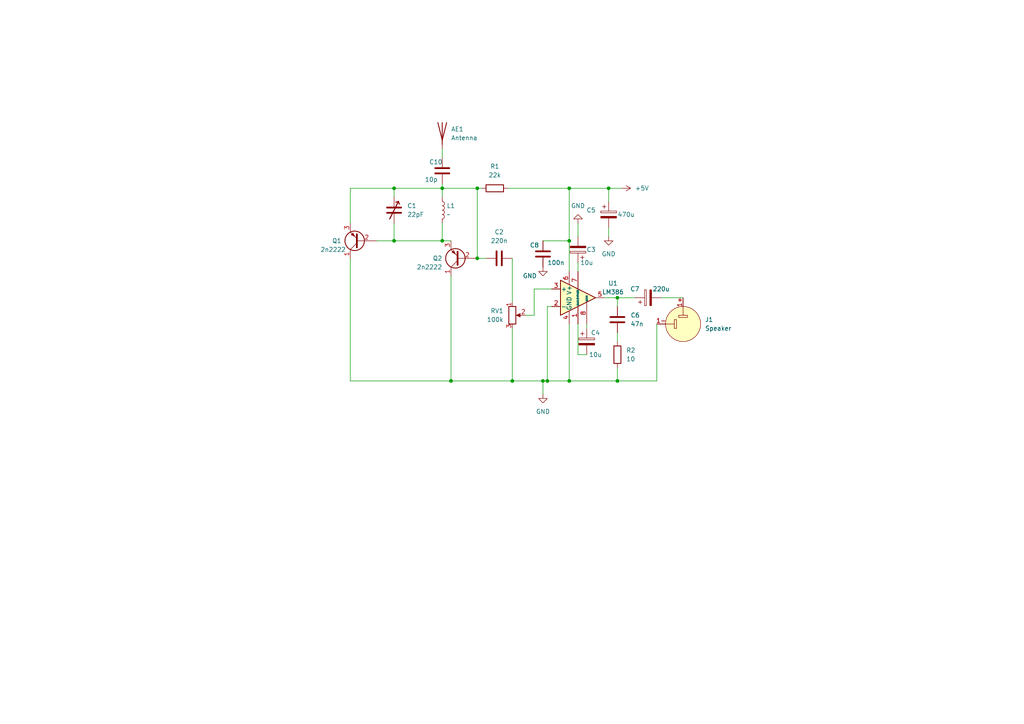
<source format=kicad_sch>
(kicad_sch (version 20230121) (generator eeschema)
  (paper "A4")
  (lib_symbols
    (symbol "Amplifier_Audio:LM386" (pin_names (offset 0.127))
      (property "Reference" "U" (at 1.27 7.62 0))
      (property "Value" "LM386" (at 1.27 5.08 0))
      (symbol "LM386_0_1"
        (polyline (pts (xy 5.08 0) (xy -5.08 5.08) (xy -5.08 -5.08) (xy 5.08 0)) (stroke (width 0.254)) (fill (type background)))
      )
      (symbol "LM386_1_1"
        (pin input line (at 0 -7.62 90) (length 5.08) (name "GAIN") (number "1"))
        (pin input line (at -7.62 -2.54 0) (length 2.54) (name "-") (number "2"))
        (pin input line (at -7.62 2.54 0) (length 2.54) (name "+") (number "3"))
        (pin power_in line (at -2.54 -7.62 90) (length 3.81) (name "GND") (number "4"))
        (pin output line (at 7.62 0 180) (length 2.54) (name "~") (number "5"))
        (pin power_in line (at -2.54 7.62 270) (length 3.81) (name "V+") (number "6"))
        (pin input line (at 0 7.62 270) (length 5.08) (name "BYPASS") (number "7"))
        (pin input line (at 2.54 -7.62 90) (length 6.35) (name "GAIN") (number "8"))
      )
    )
    (symbol "Connector_Audio:SpeakON_NL2" (pin_names hide)
      (property "Reference" "J" (at 2.54 8.89 0))
      (property "Value" "SpeakON_NL2" (at 7.62 6.35 0))
      (symbol "SpeakON_NL2_0_1"
        (rectangle (start -2.54 1.27) (end -1.905 -1.27))
        (rectangle (start -1.27 2.54) (end 1.27 1.905))
        (polyline (pts (xy -5.08 0) (xy -2.54 0)))
        (polyline (pts (xy 0 5.08) (xy 0 2.54)))
        (circle (center 0 0) (radius 5.08) (fill (type background)))
        (pin passive line (at -7.62 0 0) (length 2.54) (name "1-") (number "1-"))
      )
      (symbol "SpeakON_NL2_1_1"
        (pin passive line (at 0 7.62 270) (length 2.54) (name "1+") (number "1+"))
      )
    )
    (symbol "Device:Antenna" (pin_numbers hide) (pin_names (offset 1.016) hide)
      (property "Reference" "AE" (at -1.905 1.905 0))
      (property "Value" "Antenna" (at -1.905 0 0))
      (symbol "Antenna_0_1"
        (polyline (pts (xy 0 2.54) (xy 0 -3.81)) (stroke (width 0.254)))
        (polyline (pts (xy 1.27 2.54) (xy 0 -2.54) (xy -1.27 2.54)) (stroke (width 0.254)))
      )
      (symbol "Antenna_1_1"
        (pin input line (at 0 -5.08 90) (length 2.54) (name "A") (number "1"))
      )
    )
    (symbol "Device:C" (pin_numbers hide) (pin_names (offset 0.254))
      (property "Reference" "C" (at 0.635 2.54 0))
      (property "Value" "C" (at 0.635 -2.54 0))
      (symbol "C_0_1"
        (polyline (pts (xy -2.032 -0.762) (xy 2.032 -0.762)) (stroke (width 0.508)))
        (polyline (pts (xy -2.032 0.762) (xy 2.032 0.762)) (stroke (width 0.508)))
      )
      (symbol "C_1_1"
        (pin passive line (at 0 3.81 270) (length 2.794) (name "~") (number "1"))
        (pin passive line (at 0 -3.81 90) (length 2.794) (name "~") (number "2"))
      )
    )
    (symbol "Device:C_Polarized" (pin_numbers hide) (pin_names (offset 0.254))
      (property "Reference" "C" (at 0.635 2.54 0))
      (property "Value" "C_Polarized" (at 0.635 -2.54 0))
      (symbol "C_Polarized_0_1"
        (rectangle (start -2.286 0.508) (end 2.286 1.016))
        (polyline (pts (xy -1.778 2.286) (xy -0.762 2.286)))
        (polyline (pts (xy -1.27 2.794) (xy -1.27 1.778)))
        (rectangle (start 2.286 -0.508) (end -2.286 -1.016) (fill (type outline)))
      )
      (symbol "C_Polarized_1_1"
        (pin passive line (at 0 3.81 270) (length 2.794) (name "~") (number "1"))
        (pin passive line (at 0 -3.81 90) (length 2.794) (name "~") (number "2"))
      )
    )
    (symbol "Device:C_Variable" (pin_numbers hide) (pin_names (offset 0.254) hide)
      (property "Reference" "C" (at 0.635 -1.905 0))
      (property "Value" "C_Variable" (at 0.635 -3.81 0))
      (symbol "C_Variable_0_1"
        (polyline (pts (xy -2.032 -0.762) (xy 2.032 -0.762)) (stroke (width 0.508)))
        (polyline (pts (xy -2.032 0.762) (xy 2.032 0.762)) (stroke (width 0.508)))
        (polyline (pts (xy 1.27 2.54) (xy -1.27 -2.54)) (stroke (width 0.3048)))
        (polyline (pts (xy 1.27 2.54) (xy 0.508 2.286)) (stroke (width 0.3048)))
        (polyline (pts (xy 1.27 2.54) (xy 1.524 1.778)) (stroke (width 0.3048)))
      )
      (symbol "C_Variable_1_1"
        (pin passive line (at 0 3.81 270) (length 3.048) (name "~") (number "1"))
        (pin passive line (at 0 -3.81 90) (length 3.048) (name "~") (number "2"))
      )
    )
    (symbol "Device:L" (pin_numbers hide) (pin_names (offset 1.016) hide)
      (property "Reference" "L" (at -1.27 0 90))
      (property "Value" "L" (at 1.905 0 90))
      (symbol "L_0_1"
        (arc (start 0 -2.54) (mid 0.6323 -1.905) (end 0 -1.27))
        (arc (start 0 -1.27) (mid 0.6323 -0.635) (end 0 0))
        (arc (start 0 0) (mid 0.6323 0.635) (end 0 1.27))
        (arc (start 0 1.27) (mid 0.6323 1.905) (end 0 2.54))
      )
      (symbol "L_1_1"
        (pin passive line (at 0 3.81 270) (length 1.27) (name "1") (number "1"))
        (pin passive line (at 0 -3.81 90) (length 1.27) (name "2") (number "2"))
      )
    )
    (symbol "Device:Q_PNP_CBE" (pin_names (offset 0) hide)
      (property "Reference" "Q" (at 5.08 1.27 0))
      (property "Value" "Q_PNP_CBE" (at 5.08 -1.27 0))
      (symbol "Q_PNP_CBE_0_1"
        (polyline (pts (xy 0.635 0.635) (xy 2.54 2.54)))
        (polyline (pts (xy 0.635 -0.635) (xy 2.54 -2.54) (xy 2.54 -2.54)))
        (polyline (pts (xy 0.635 1.905) (xy 0.635 -1.905) (xy 0.635 -1.905)) (stroke (width 0.508)))
        (polyline (pts (xy 2.286 -1.778) (xy 1.778 -2.286) (xy 1.27 -1.27) (xy 2.286 -1.778) (xy 2.286 -1.778)) (fill (type outline)))
        (circle (center 1.27 0) (radius 2.8194) (stroke (width 0.254)))
      )
      (symbol "Q_PNP_CBE_1_1"
        (pin passive line (at 2.54 5.08 270) (length 2.54) (name "C") (number "1"))
        (pin input line (at -5.08 0 0) (length 5.715) (name "B") (number "2"))
        (pin passive line (at 2.54 -5.08 90) (length 2.54) (name "E") (number "3"))
      )
    )
    (symbol "Device:R" (pin_numbers hide) (pin_names (offset 0))
      (property "Reference" "R" (at 2.032 0 90))
      (property "Value" "R" (at 0 0 90))
      (symbol "R_0_1"
        (rectangle (start -1.016 -2.54) (end 1.016 2.54) (stroke (width 0.254)))
      )
      (symbol "R_1_1"
        (pin passive line (at 0 3.81 270) (length 1.27) (name "~") (number "1"))
        (pin passive line (at 0 -3.81 90) (length 1.27) (name "~") (number "2"))
      )
    )
    (symbol "Device:R_Potentiometer" (pin_names (offset 1.016) hide)
      (property "Reference" "RV" (at -4.445 0 90))
      (property "Value" "R_Potentiometer" (at -2.54 0 90))
      (symbol "R_Potentiometer_0_1"
        (polyline (pts (xy 2.54 0) (xy 1.524 0)))
        (polyline (pts (xy 1.143 0) (xy 2.286 0.508) (xy 2.286 -0.508) (xy 1.143 0)) (fill (type outline)))
        (rectangle (start 1.016 2.54) (end -1.016 -2.54) (stroke (width 0.254)))
      )
      (symbol "R_Potentiometer_1_1"
        (pin passive line (at 0 3.81 270) (length 1.27) (name "1") (number "1"))
        (pin passive line (at 3.81 0 180) (length 1.27) (name "2") (number "2"))
        (pin passive line (at 0 -3.81 90) (length 1.27) (name "3") (number "3"))
      )
    )
    (symbol "power:+5V" (power) (pin_names (offset 0))
      (property "Value" "+5V" (at 0 3.556 0))
      (symbol "+5V_0_1"
        (polyline (pts (xy -0.762 1.27) (xy 0 2.54)))
        (polyline (pts (xy 0 0) (xy 0 2.54)))
        (polyline (pts (xy 0 2.54) (xy 0.762 1.27)))
      )
      (symbol "+5V_1_1"
        (pin power_in line (at 0 0 90) (length 0) hide (name "+5V") (number "1"))
      )
    )
    (symbol "power:GND" (power) (pin_names (offset 0))
      (property "Value" "GND" (at 0 -3.81 0))
      (symbol "GND_0_1"
        (polyline (pts (xy 0 0) (xy 0 -1.27) (xy 1.27 -1.27) (xy 0 -2.54) (xy -1.27 -1.27) (xy 0 -1.27)))
      )
      (symbol "GND_1_1"
        (pin power_in line (at 0 0 270) (length 0) hide (name "GND") (number "1"))
      )
    )
  )
  (junction (at 138.43 74.93))
  (junction (at 179.07 110.49))
  (junction (at 130.81 110.49))
  (junction (at 158.75 110.49))
  (junction (at 128.27 69.85))
  (junction (at 114.3 54.61))
  (junction (at 114.3 69.85))
  (junction (at 148.59 110.49))
  (junction (at 179.07 86.36))
  (junction (at 138.43 54.61))
  (junction (at 176.53 54.61))
  (junction (at 165.1 110.49))
  (junction (at 165.1 69.85))
  (junction (at 157.48 110.49))
  (junction (at 128.27 54.61))
  (junction (at 165.1 54.61))
  (wire (pts (xy 180.34 54.61) (xy 176.53 54.61)))
  (wire (pts (xy 138.43 54.61) (xy 139.7 54.61)))
  (wire (pts (xy 179.07 86.36) (xy 179.07 88.9)))
  (wire (pts (xy 128.27 69.85) (xy 130.81 69.85)))
  (wire (pts (xy 158.75 110.49) (xy 165.1 110.49)))
  (wire (pts (xy 128.27 43.18) (xy 128.27 45.72)))
  (wire (pts (xy 128.27 57.15) (xy 128.27 54.61)))
  (wire (pts (xy 167.64 64.77) (xy 167.64 68.58)))
  (wire (pts (xy 138.43 74.93) (xy 140.97 74.93)))
  (wire (pts (xy 130.81 110.49) (xy 148.59 110.49)))
  (wire (pts (xy 158.75 110.49) (xy 157.48 110.49)))
  (wire (pts (xy 179.07 110.49) (xy 190.5 110.49)))
  (wire (pts (xy 152.4 91.44) (xy 154.94 91.44)))
  (wire (pts (xy 165.1 78.74) (xy 165.1 69.85)))
  (wire (pts (xy 101.6 64.77) (xy 101.6 54.61)))
  (wire (pts (xy 128.27 53.34) (xy 128.27 54.61)))
  (wire (pts (xy 167.64 93.98) (xy 167.64 102.87)))
  (wire (pts (xy 179.07 86.36) (xy 184.15 86.36)))
  (wire (pts (xy 157.48 110.49) (xy 148.59 110.49)))
  (wire (pts (xy 165.1 110.49) (xy 179.07 110.49)))
  (wire (pts (xy 165.1 93.98) (xy 165.1 110.49)))
  (wire (pts (xy 154.94 91.44) (xy 154.94 83.82)))
  (wire (pts (xy 170.18 93.98) (xy 170.18 95.25)))
  (wire (pts (xy 179.07 106.68) (xy 179.07 110.49)))
  (wire (pts (xy 148.59 74.93) (xy 148.59 87.63)))
  (wire (pts (xy 128.27 64.77) (xy 128.27 69.85)))
  (wire (pts (xy 158.75 88.9) (xy 160.02 88.9)))
  (wire (pts (xy 167.64 102.87) (xy 170.18 102.87)))
  (wire (pts (xy 191.77 86.36) (xy 198.12 86.36)))
  (wire (pts (xy 165.1 69.85) (xy 165.1 54.61)))
  (wire (pts (xy 179.07 96.52) (xy 179.07 99.06)))
  (wire (pts (xy 165.1 54.61) (xy 176.53 54.61)))
  (wire (pts (xy 176.53 54.61) (xy 176.53 58.42)))
  (wire (pts (xy 138.43 54.61) (xy 138.43 74.93)))
  (wire (pts (xy 114.3 54.61) (xy 128.27 54.61)))
  (wire (pts (xy 157.48 69.85) (xy 165.1 69.85)))
  (wire (pts (xy 114.3 57.15) (xy 114.3 54.61)))
  (wire (pts (xy 157.48 110.49) (xy 157.48 114.3)))
  (wire (pts (xy 176.53 66.04) (xy 176.53 68.58)))
  (wire (pts (xy 101.6 110.49) (xy 101.6 74.93)))
  (wire (pts (xy 128.27 54.61) (xy 138.43 54.61)))
  (wire (pts (xy 114.3 69.85) (xy 109.22 69.85)))
  (wire (pts (xy 130.81 80.01) (xy 130.81 110.49)))
  (wire (pts (xy 165.1 54.61) (xy 147.32 54.61)))
  (wire (pts (xy 130.81 110.49) (xy 101.6 110.49)))
  (wire (pts (xy 190.5 110.49) (xy 190.5 93.98)))
  (wire (pts (xy 114.3 64.77) (xy 114.3 69.85)))
  (wire (pts (xy 148.59 95.25) (xy 148.59 110.49)))
  (wire (pts (xy 101.6 54.61) (xy 114.3 54.61)))
  (wire (pts (xy 154.94 83.82) (xy 160.02 83.82)))
  (wire (pts (xy 158.75 88.9) (xy 158.75 110.49)))
  (wire (pts (xy 167.64 76.2) (xy 167.64 78.74)))
  (wire (pts (xy 175.26 86.36) (xy 179.07 86.36)))
  (wire (pts (xy 114.3 69.85) (xy 128.27 69.85)))
  (symbol (lib_id "Device:R") (at 179.07 102.87 180) (unit 1)
    (property "Reference" "R2" (at 181.61 101.6 0) (effects (justify right)))
    (property "Value" "10" (at 181.61 104.14 0) (effects (justify right)))
  )
  (symbol (lib_id "Device:Q_PNP_CBE") (at 104.14 69.85 180) (unit 1)
    (property "Reference" "Q1" (at 99.06 69.85 0) (effects (justify left)))
    (property "Value" "2n2222" (at 100.33 72.39 0) (effects (justify left)))
  )
  (symbol (lib_id "Device:Q_PNP_CBE") (at 133.35 74.93 180) (unit 1)
    (property "Reference" "Q2" (at 128.27 74.93 0) (effects (justify left)))
    (property "Value" "2n2222" (at 128.27 77.47 0) (effects (justify left)))
  )
  (symbol (lib_id "Device:C_Polarized") (at 187.96 86.36 90) (unit 1)
    (property "Reference" "C7" (at 184.15 83.82 90))
    (property "Value" "220u" (at 191.77 83.82 90))
  )
  (symbol (lib_id "power:GND") (at 157.48 114.3 0) (unit 1)
    (property "Reference" "#PWR01" (effects hide))
    (property "Value" "GND" (at 157.48 119.38 0))
  )
  (symbol (lib_id "Device:C") (at 128.27 49.53 180) (unit 1)
    (property "Reference" "C10" (at 124.46 46.99 0) (effects (justify right)))
    (property "Value" "10p" (at 123.19 52.07 0) (effects (justify right)))
  )
  (symbol (lib_id "Device:C") (at 144.78 74.93 90) (unit 1)
    (property "Reference" "C2" (at 144.78 67.31 90))
    (property "Value" "220n" (at 144.78 69.85 90))
  )
  (symbol (lib_id "power:GND") (at 157.48 77.47 0) (unit 1)
    (property "Reference" "#PWR05" (effects hide))
    (property "Value" "GND" (at 153.67 80.01 0))
  )
  (symbol (lib_id "Device:C") (at 179.07 92.71 180) (unit 1)
    (property "Reference" "C6" (at 182.88 91.44 0) (effects (justify right)))
    (property "Value" "47n" (at 182.88 93.98 0) (effects (justify right)))
  )
  (symbol (lib_id "Connector_Audio:SpeakON_NL2") (at 198.12 93.98 0) (unit 1)
    (property "Reference" "J1" (at 204.47 92.71 0) (effects (justify left)))
    (property "Value" "Speaker" (at 204.47 95.25 0) (effects (justify left)))
    (property "Datasheet" "http://www.neutrik.com/en/speakon/" (effects hide))
  )
  (symbol (lib_id "Amplifier_Audio:LM386") (at 167.64 86.36 0) (unit 1)
    (property "Reference" "U1" (at 177.8 82.1691 0))
    (property "Value" "LM386" (at 177.8 84.7091 0))
    (property "Datasheet" "http://www.ti.com/lit/ds/symlink/lm386.pdf" (effects hide))
  )
  (symbol (lib_id "power:GND") (at 176.53 68.58 0) (unit 1)
    (property "Reference" "#PWR03" (effects hide))
    (property "Value" "GND" (at 176.53 73.66 0))
  )
  (symbol (lib_id "Device:R") (at 143.51 54.61 90) (unit 1)
    (property "Reference" "R1" (at 143.51 48.26 90))
    (property "Value" "22k" (at 143.51 50.8 90))
  )
  (symbol (lib_id "Device:C_Variable") (at 114.3 60.96 0) (unit 1)
    (property "Reference" "C1" (at 118.11 59.69 0) (effects (justify left)))
    (property "Value" "22pF" (at 118.11 62.23 0) (effects (justify left)))
  )
  (symbol (lib_id "Device:C_Polarized") (at 176.53 62.23 0) (unit 1)
    (property "Reference" "C5" (at 171.45 60.96 0))
    (property "Value" "470u" (at 181.61 62.23 0))
  )
  (symbol (lib_id "Device:L") (at 128.27 60.96 0) (unit 1)
    (property "Reference" "L1" (at 129.54 59.69 0) (effects (justify left)))
    (property "Value" "~" (at 129.54 62.23 0) (effects (justify left)))
  )
  (symbol (lib_id "power:GND") (at 167.64 64.77 180) (unit 1)
    (property "Reference" "#PWR02" (effects hide))
    (property "Value" "GND" (at 167.64 59.69 0))
  )
  (symbol (lib_id "power:+5V") (at 180.34 54.61 270) (unit 1)
    (property "Reference" "#PWR04" (effects hide))
    (property "Value" "+5V" (at 184.15 54.61 90) (effects (justify left)))
  )
  (symbol (lib_id "Device:R_Potentiometer") (at 148.59 91.44 0) (unit 1)
    (property "Reference" "RV1" (at 146.05 90.17 0) (effects (justify right)))
    (property "Value" "100k" (at 146.05 92.71 0) (effects (justify right)))
  )
  (symbol (lib_id "Device:C_Polarized") (at 170.18 99.06 0) (unit 1)
    (property "Reference" "C4" (at 172.72 96.52 0))
    (property "Value" "10u" (at 172.72 102.87 0))
  )
  (symbol (lib_id "Device:Antenna") (at 128.27 38.1 0) (unit 1)
    (property "Reference" "AE1" (at 130.81 37.465 0) (effects (justify left)))
    (property "Value" "Antenna" (at 130.81 40.005 0) (effects (justify left)))
  )
  (symbol (lib_id "Device:C_Polarized") (at 167.64 72.39 180) (unit 1)
    (property "Reference" "C3" (at 171.45 72.39 0))
    (property "Value" "10u" (at 170.18 76.2 0))
  )
  (symbol (lib_id "Device:C") (at 157.48 73.66 180) (unit 1)
    (property "Reference" "C8" (at 153.67 71.12 0) (effects (justify right)))
    (property "Value" "100n" (at 158.75 76.2 0) (effects (justify right)))
  )
)
</source>
